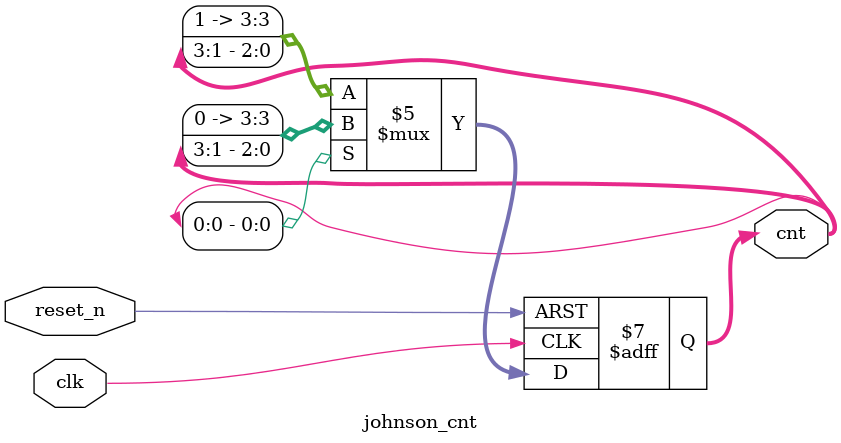
<source format=v>
module johnson_cnt
#(
  parameter N = 4
)
(
  clk,
  reset_n,
  cnt
);

input           clk;
input           reset_n;
output  [N-1:0] cnt;

wire clk;
wire reset_n;
reg [N-1:0] cnt;

always @ (posedge clk or negedge reset_n)begin
  if(reset_n == 1'b0)
    cnt[N-1:0] <= {N{1'b0}};
  else if(!cnt[0])
    cnt[N-1:0] <= {1'b1,cnt[N-1:1]};
  else
    cnt[N-1:0] <= {1'b0,cnt[N-1:1]};
end

endmodule

</source>
